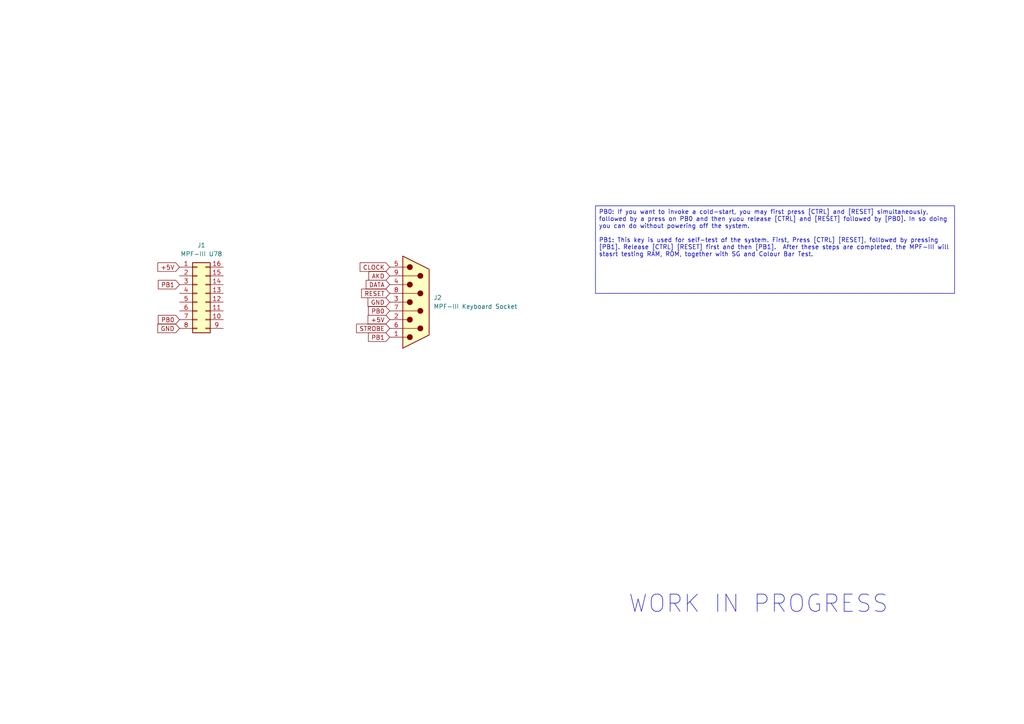
<source format=kicad_sch>
(kicad_sch (version 20250114) (generator "eeschema") (generator_version "9.0")
  (paper "A4")
  (lib_symbols
    (symbol "Connector:DE9_Pins" (pin_names (offset 1.016) (hide yes))
      (property "Reference" "J" (at 0 13.97 0))
      (property "Value" "DE9_Pins" (at 0 -14.605 0))
      (symbol "DE9_Pins_0_1"
        (polyline (pts (xy -3.81 10.16) (xy -2.54 10.16)))
        (polyline (pts (xy -3.81 7.62) (xy 0.508 7.62)))
        (polyline (pts (xy -3.81 5.08) (xy -2.54 5.08)))
        (polyline (pts (xy -3.81 2.54) (xy 0.508 2.54)))
        (polyline (pts (xy -3.81 0) (xy -2.54 0)))
        (polyline (pts (xy -3.81 -2.54) (xy 0.508 -2.54)))
        (polyline (pts (xy -3.81 -5.08) (xy -2.54 -5.08)))
        (polyline (pts (xy -3.81 -7.62) (xy 0.508 -7.62)))
        (polyline (pts (xy -3.81 -10.16) (xy -2.54 -10.16)))
        (polyline (pts (xy -3.81 -13.335) (xy -3.81 13.335) (xy 3.81 9.525) (xy 3.81 -9.525) (xy -3.81 -13.335)) (stroke (width 0.254)) (fill (type background)))
        (circle (center -1.778 10.16) (radius 0.762) (fill (type outline)))
        (circle (center -1.778 5.08) (radius 0.762) (fill (type outline)))
        (circle (center -1.778 0) (radius 0.762) (fill (type outline)))
        (circle (center -1.778 -5.08) (radius 0.762) (fill (type outline)))
        (circle (center -1.778 -10.16) (radius 0.762) (fill (type outline)))
        (circle (center 1.27 7.62) (radius 0.762) (fill (type outline)))
        (circle (center 1.27 2.54) (radius 0.762) (fill (type outline)))
        (circle (center 1.27 -2.54) (radius 0.762) (fill (type outline)))
        (circle (center 1.27 -7.62) (radius 0.762) (fill (type outline)))
      )
      (symbol "DE9_Pins_1_1"
        (pin passive line (at -7.62 10.16 0) (length 3.81) (name "5") (number "5"))
        (pin passive line (at -7.62 7.62 0) (length 3.81) (name "9") (number "9"))
        (pin passive line (at -7.62 5.08 0) (length 3.81) (name "4") (number "4"))
        (pin passive line (at -7.62 2.54 0) (length 3.81) (name "8") (number "8"))
        (pin passive line (at -7.62 0 0) (length 3.81) (name "3") (number "3"))
        (pin passive line (at -7.62 -2.54 0) (length 3.81) (name "7") (number "7"))
        (pin passive line (at -7.62 -5.08 0) (length 3.81) (name "2") (number "2"))
        (pin passive line (at -7.62 -7.62 0) (length 3.81) (name "6") (number "6"))
        (pin passive line (at -7.62 -10.16 0) (length 3.81) (name "1") (number "1"))
      )
    )
    (symbol "Connector_Generic:Conn_02x08_Counter_Clockwise" (pin_names (offset 1.016) (hide yes))
      (property "Reference" "J" (at 1.27 10.16 0))
      (property "Value" "Conn_02x08_Counter_Clockwise" (at 1.27 -12.7 0))
      (symbol "Conn_02x08_Counter_Clockwise_1_1"
        (rectangle (start -1.27 8.89) (end 3.81 -11.43) (stroke (width 0.254)) (fill (type background)))
        (rectangle (start -1.27 7.747) (end 0 7.493) (stroke (width 0.1524)))
        (rectangle (start -1.27 5.207) (end 0 4.953) (stroke (width 0.1524)))
        (rectangle (start -1.27 2.667) (end 0 2.413) (stroke (width 0.1524)))
        (rectangle (start -1.27 0.127) (end 0 -0.127) (stroke (width 0.1524)))
        (rectangle (start -1.27 -2.413) (end 0 -2.667) (stroke (width 0.1524)))
        (rectangle (start -1.27 -4.953) (end 0 -5.207) (stroke (width 0.1524)))
        (rectangle (start -1.27 -7.493) (end 0 -7.747) (stroke (width 0.1524)))
        (rectangle (start -1.27 -10.033) (end 0 -10.287) (stroke (width 0.1524)))
        (rectangle (start 3.81 7.747) (end 2.54 7.493) (stroke (width 0.1524)))
        (rectangle (start 3.81 5.207) (end 2.54 4.953) (stroke (width 0.1524)))
        (rectangle (start 3.81 2.667) (end 2.54 2.413) (stroke (width 0.1524)))
        (rectangle (start 3.81 0.127) (end 2.54 -0.127) (stroke (width 0.1524)))
        (rectangle (start 3.81 -2.413) (end 2.54 -2.667) (stroke (width 0.1524)))
        (rectangle (start 3.81 -4.953) (end 2.54 -5.207) (stroke (width 0.1524)))
        (rectangle (start 3.81 -7.493) (end 2.54 -7.747) (stroke (width 0.1524)))
        (rectangle (start 3.81 -10.033) (end 2.54 -10.287) (stroke (width 0.1524)))
        (pin passive line (at -5.08 7.62 0) (length 3.81) (name "Pin_1") (number "1"))
        (pin passive line (at -5.08 5.08 0) (length 3.81) (name "Pin_2") (number "2"))
        (pin passive line (at -5.08 2.54 0) (length 3.81) (name "Pin_3") (number "3"))
        (pin passive line (at -5.08 0 0) (length 3.81) (name "Pin_4") (number "4"))
        (pin passive line (at -5.08 -2.54 0) (length 3.81) (name "Pin_5") (number "5"))
        (pin passive line (at -5.08 -5.08 0) (length 3.81) (name "Pin_6") (number "6"))
        (pin passive line (at -5.08 -7.62 0) (length 3.81) (name "Pin_7") (number "7"))
        (pin passive line (at -5.08 -10.16 0) (length 3.81) (name "Pin_8") (number "8"))
        (pin passive line (at 7.62 7.62 180) (length 3.81) (name "Pin_16") (number "16"))
        (pin passive line (at 7.62 5.08 180) (length 3.81) (name "Pin_15") (number "15"))
        (pin passive line (at 7.62 2.54 180) (length 3.81) (name "Pin_14") (number "14"))
        (pin passive line (at 7.62 0 180) (length 3.81) (name "Pin_13") (number "13"))
        (pin passive line (at 7.62 -2.54 180) (length 3.81) (name "Pin_12") (number "12"))
        (pin passive line (at 7.62 -5.08 180) (length 3.81) (name "Pin_11") (number "11"))
        (pin passive line (at 7.62 -7.62 180) (length 3.81) (name "Pin_10") (number "10"))
        (pin passive line (at 7.62 -10.16 180) (length 3.81) (name "Pin_9") (number "9"))
      )
    )
  )
  (text "WORK IN PROGRESS" (at 219.964 175.26 0) (effects (font (size 5 5))))
  (text_box "PB0: If you want to invoke a cold-start, you may first press [CTRL] and [RESET] simultaneously, followed by a press on PB0 and then yuou release [CTRL] and [RESET] followed by [PB0]. In so doing you can do without powering off the system.\n\nPB1: This key is used for self-test of the system. First, Press [CTRL] [RESET], followed by pressing [PB1]. Release [CTRL] [RESET] first and then [PB1].  After these steps are completed, the MPF-III will stasrt testing RAM, ROM, together with SG and Colour Bar Test.\n" (at 172.72 59.69 0) (size 104.14 25.4) (margins 0.9525 0.9525 0.9525 0.9525) (effects (font (size 1.27 1.27)) (justify left top)))
  (global_label "GND" (shape input) (at 113.03 87.63 180) (property "Intersheetrefs" "${INTERSHEET_REFS}" (effects (hide yes))))
  (global_label "PB0" (shape input) (at 52.07 92.71 180) (property "Intersheetrefs" "${INTERSHEET_REFS}" (effects (hide yes))))
  (global_label "PB1" (shape input) (at 113.03 97.79 180) (property "Intersheetrefs" "${INTERSHEET_REFS}" (effects (hide yes))))
  (global_label "+5V" (shape input) (at 52.07 77.47 180) (property "Intersheetrefs" "${INTERSHEET_REFS}" (effects (hide yes))))
  (global_label "GND" (shape input) (at 52.07 95.25 180) (property "Intersheetrefs" "${INTERSHEET_REFS}" (effects (hide yes))))
  (global_label "PB1" (shape input) (at 52.07 82.55 180) (property "Intersheetrefs" "${INTERSHEET_REFS}" (effects (hide yes))))
  (global_label "DATA" (shape input) (at 113.03 82.55 180) (property "Intersheetrefs" "${INTERSHEET_REFS}" (effects (hide yes))))
  (global_label "CLOCK" (shape input) (at 113.03 77.47 180) (property "Intersheetrefs" "${INTERSHEET_REFS}" (effects (hide yes))))
  (global_label "+5V" (shape input) (at 113.03 92.71 180) (property "Intersheetrefs" "${INTERSHEET_REFS}" (effects (hide yes))))
  (global_label "STROBE" (shape input) (at 113.03 95.25 180) (property "Intersheetrefs" "${INTERSHEET_REFS}" (effects (hide yes))))
  (global_label "RESET" (shape input) (at 113.03 85.09 180) (property "Intersheetrefs" "${INTERSHEET_REFS}" (effects (hide yes))))
  (global_label "AKD" (shape input) (at 113.03 80.01 180) (property "Intersheetrefs" "${INTERSHEET_REFS}" (effects (hide yes))))
  (global_label "PB0" (shape input) (at 113.03 90.17 180) (property "Intersheetrefs" "${INTERSHEET_REFS}" (effects (hide yes))))
  (symbol (lib_id "Connector_Generic:Conn_02x08_Counter_Clockwise") (at 57.15 85.09 0) (unit 1)
    (property "Reference" "J1" (at 58.42 71.12 0))
    (property "Value" "MPF-III U78" (at 58.42 73.66 0))
    (property "Description" "Generic connector, double row, 02x08, counter clockwise pin numbering scheme (similar to DIP package numbering), script generated (kicad-library-utils/schlib/autogen/connector/)" (effects (hide yes)))
  )
  (symbol (lib_id "Connector:DE9_Pins") (at 120.65 87.63 0) (unit 1)
    (property "Reference" "J2" (at 125.73 86.3599 0) (effects (justify left)))
    (property "Value" "MPF-III Keyboard Socket" (at 125.73 88.8999 0) (effects (justify left)))
    (property "Description" "9-pin D-SUB connector, pins (male)" (effects (hide yes)))
  )
)
</source>
